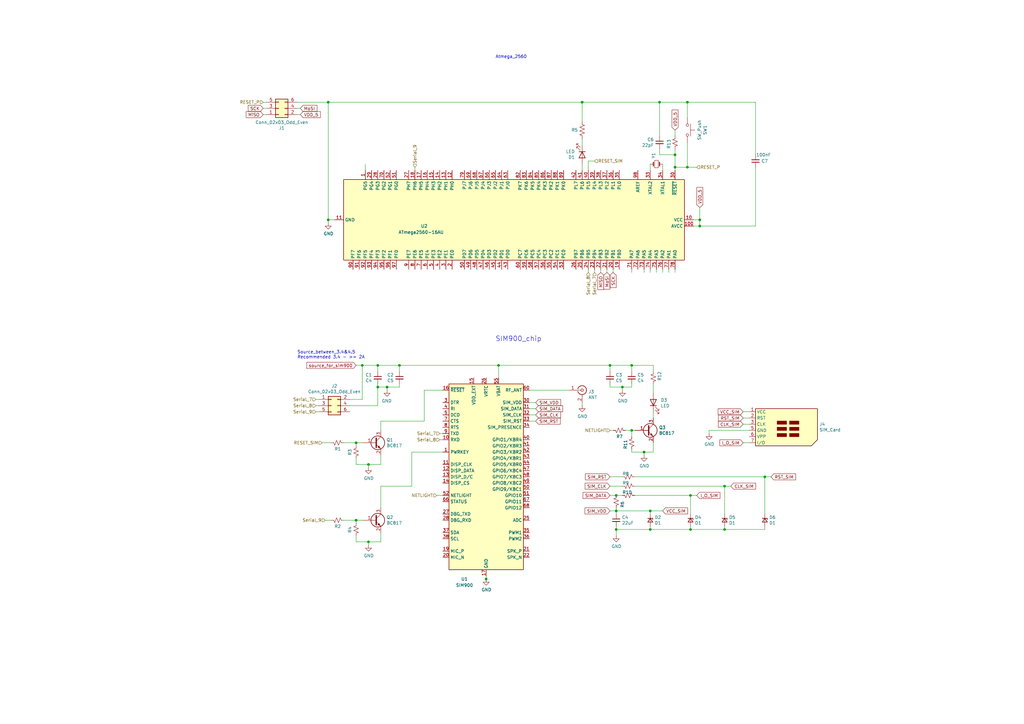
<source format=kicad_sch>
(kicad_sch (version 20230121) (generator eeschema)
  (paper "A3")
  (lib_symbols
    (symbol "Connector:Conn_Coaxial" (pin_names (offset 1.016) hide)
      (property "Reference" "J" (at 0.254 3.048 0))
      (property "Value" "Conn_Coaxial" (at 2.921 0 90))
      (symbol "Conn_Coaxial_0_1"
        (arc (start -1.778 -0.508) (mid 0.2311 -1.8066) (end 1.778 0) (stroke (width 0.254)))
        (polyline (pts (xy -2.54 0) (xy -0.508 0)))
        (polyline (pts (xy 0 -2.54) (xy 0 -1.778)))
        (circle (center 0 0) (radius 0.508) (stroke (width 0.2032)))
        (arc (start 1.778 0) (mid 0.2099 1.8101) (end -1.778 0.508) (stroke (width 0.254)))
      )
      (symbol "Conn_Coaxial_1_1"
        (pin passive line (at -5.08 0 0) (length 2.54) (name "In") (number "1"))
        (pin passive line (at 0 -5.08 90) (length 2.54) (name "Ext") (number "2"))
      )
    )
    (symbol "Connector:SIM_Card"
      (property "Reference" "J" (at -2.54 12.7 0))
      (property "Value" "SIM_Card" (at -1.27 10.16 0))
      (symbol "SIM_Card_0_1"
        (rectangle (start -1.27 -2.54) (end 2.54 -1.27) (stroke (width 0.254)) (fill (type outline)))
        (rectangle (start -1.27 0) (end 2.54 1.27) (stroke (width 0.254)) (fill (type outline)))
        (rectangle (start -1.27 2.54) (end 2.54 3.81) (stroke (width 0.254)) (fill (type outline)))
        (polyline (pts (xy -10.16 8.89) (xy 15.24 8.89) (xy 15.24 -3.81) (xy 12.7 -6.35) (xy -10.16 -6.35) (xy -10.16 8.89)) (stroke (width 0.254)) (fill (type background)))
        (rectangle (start 3.81 -1.27) (end 7.62 -2.54) (stroke (width 0.254)) (fill (type outline)))
        (rectangle (start 3.81 0) (end 7.62 1.27) (stroke (width 0.254)) (fill (type outline)))
        (rectangle (start 3.81 2.54) (end 7.62 3.81) (stroke (width 0.254)) (fill (type outline)))
      )
      (symbol "SIM_Card_1_1"
        (pin power_in line (at -12.7 7.62 0) (length 2.54) (name "VCC") (number "1"))
        (pin input line (at -12.7 5.08 0) (length 2.54) (name "RST") (number "2"))
        (pin input line (at -12.7 2.54 0) (length 2.54) (name "CLK") (number "3"))
        (pin power_in line (at -12.7 0 0) (length 2.54) (name "GND") (number "5"))
        (pin input line (at -12.7 -2.54 0) (length 2.54) (name "VPP") (number "6"))
        (pin bidirectional line (at -12.7 -5.08 0) (length 2.54) (name "I/O") (number "7"))
      )
    )
    (symbol "Connector_Generic:Conn_02x03_Odd_Even" (pin_names (offset 1.016) hide)
      (property "Reference" "J" (at 1.27 5.08 0))
      (property "Value" "Conn_02x03_Odd_Even" (at 1.27 -5.08 0))
      (symbol "Conn_02x03_Odd_Even_1_1"
        (rectangle (start -1.27 -2.413) (end 0 -2.667) (stroke (width 0.1524)))
        (rectangle (start -1.27 0.127) (end 0 -0.127) (stroke (width 0.1524)))
        (rectangle (start -1.27 2.667) (end 0 2.413) (stroke (width 0.1524)))
        (rectangle (start -1.27 3.81) (end 3.81 -3.81) (stroke (width 0.254)) (fill (type background)))
        (rectangle (start 3.81 -2.413) (end 2.54 -2.667) (stroke (width 0.1524)))
        (rectangle (start 3.81 0.127) (end 2.54 -0.127) (stroke (width 0.1524)))
        (rectangle (start 3.81 2.667) (end 2.54 2.413) (stroke (width 0.1524)))
        (pin passive line (at -5.08 2.54 0) (length 3.81) (name "Pin_1") (number "1"))
        (pin passive line (at 7.62 2.54 180) (length 3.81) (name "Pin_2") (number "2"))
        (pin passive line (at -5.08 0 0) (length 3.81) (name "Pin_3") (number "3"))
        (pin passive line (at 7.62 0 180) (length 3.81) (name "Pin_4") (number "4"))
        (pin passive line (at -5.08 -2.54 0) (length 3.81) (name "Pin_5") (number "5"))
        (pin passive line (at 7.62 -2.54 180) (length 3.81) (name "Pin_6") (number "6"))
      )
    )
    (symbol "DISEÑO_PCB-rescue:ATmega2560-16AU-MCU_Microchip_ATmega"
      (property "Reference" "U" (at 0 1.27 0))
      (property "Value" "MCU_Microchip_ATmega_ATmega2560-16AU" (at 0 -1.27 0))
      (symbol "ATmega2560-16AU-MCU_Microchip_ATmega_0_1"
        (rectangle (start -16.51 -69.85) (end 16.51 69.85) (stroke (width 0.254)) (fill (type background)))
      )
      (symbol "ATmega2560-16AU-MCU_Microchip_ATmega_1_1"
        (pin bidirectional line (at -20.32 -60.96 0) (length 3.81) (name "PG5") (number "1"))
        (pin power_in line (at 0 73.66 270) (length 3.81) (name "VCC") (number "10"))
        (pin power_in line (at 2.54 73.66 270) (length 3.81) (name "AVCC") (number "100"))
        (pin power_in line (at 0 -73.66 90) (length 3.81) (name "GND") (number "11"))
        (pin bidirectional line (at -20.32 -25.4 0) (length 3.81) (name "PH0") (number "12"))
        (pin bidirectional line (at -20.32 -27.94 0) (length 3.81) (name "PH1") (number "13"))
        (pin bidirectional line (at -20.32 -30.48 0) (length 3.81) (name "PH2") (number "14"))
        (pin bidirectional line (at -20.32 -33.02 0) (length 3.81) (name "PH3") (number "15"))
        (pin bidirectional line (at -20.32 -35.56 0) (length 3.81) (name "PH4") (number "16"))
        (pin bidirectional line (at -20.32 -38.1 0) (length 3.81) (name "PH5") (number "17"))
        (pin bidirectional line (at -20.32 -40.64 0) (length 3.81) (name "PH6") (number "18"))
        (pin bidirectional line (at 20.32 43.18 180) (length 3.81) (name "PB0") (number "19"))
        (pin bidirectional line (at 20.32 -25.4 180) (length 3.81) (name "PE0") (number "2"))
        (pin bidirectional line (at 20.32 40.64 180) (length 3.81) (name "PB1") (number "20"))
        (pin bidirectional line (at 20.32 38.1 180) (length 3.81) (name "PB2") (number "21"))
        (pin bidirectional line (at 20.32 35.56 180) (length 3.81) (name "PB3") (number "22"))
        (pin bidirectional line (at 20.32 33.02 180) (length 3.81) (name "PB4") (number "23"))
        (pin bidirectional line (at 20.32 30.48 180) (length 3.81) (name "PB5") (number "24"))
        (pin bidirectional line (at 20.32 27.94 180) (length 3.81) (name "PB6") (number "25"))
        (pin bidirectional line (at 20.32 25.4 180) (length 3.81) (name "PB7") (number "26"))
        (pin bidirectional line (at -20.32 -43.18 0) (length 3.81) (name "PH7") (number "27"))
        (pin bidirectional line (at -20.32 -55.88 0) (length 3.81) (name "PG3") (number "28"))
        (pin bidirectional line (at -20.32 -58.42 0) (length 3.81) (name "PG4") (number "29"))
        (pin bidirectional line (at 20.32 -27.94 180) (length 3.81) (name "PE1") (number "3"))
        (pin input line (at -20.32 66.04 0) (length 3.81) (name "~{RESET}") (number "30"))
        (pin passive line (at 0 73.66 270) (length 3.81) hide (name "VCC") (number "31"))
        (pin passive line (at 0 -73.66 90) (length 3.81) hide (name "GND") (number "32"))
        (pin output line (at -20.32 55.88 0) (length 3.81) (name "XTAL2") (number "33"))
        (pin input line (at -20.32 60.96 0) (length 3.81) (name "XTAL1") (number "34"))
        (pin bidirectional line (at -20.32 43.18 0) (length 3.81) (name "PL0") (number "35"))
        (pin bidirectional line (at -20.32 40.64 0) (length 3.81) (name "PL1") (number "36"))
        (pin bidirectional line (at -20.32 38.1 0) (length 3.81) (name "PL2") (number "37"))
        (pin bidirectional line (at -20.32 35.56 0) (length 3.81) (name "PL3") (number "38"))
        (pin bidirectional line (at -20.32 33.02 0) (length 3.81) (name "PL4") (number "39"))
        (pin bidirectional line (at 20.32 -30.48 180) (length 3.81) (name "PE2") (number "4"))
        (pin bidirectional line (at -20.32 30.48 0) (length 3.81) (name "PL5") (number "40"))
        (pin bidirectional line (at -20.32 27.94 0) (length 3.81) (name "PL6") (number "41"))
        (pin bidirectional line (at -20.32 25.4 0) (length 3.81) (name "PL7") (number "42"))
        (pin bidirectional line (at 20.32 -2.54 180) (length 3.81) (name "PD0") (number "43"))
        (pin bidirectional line (at 20.32 -5.08 180) (length 3.81) (name "PD1") (number "44"))
        (pin bidirectional line (at 20.32 -7.62 180) (length 3.81) (name "PD2") (number "45"))
        (pin bidirectional line (at 20.32 -10.16 180) (length 3.81) (name "PD3") (number "46"))
        (pin bidirectional line (at 20.32 -12.7 180) (length 3.81) (name "PD4") (number "47"))
        (pin bidirectional line (at 20.32 -15.24 180) (length 3.81) (name "PD5") (number "48"))
        (pin bidirectional line (at 20.32 -17.78 180) (length 3.81) (name "PD6") (number "49"))
        (pin bidirectional line (at 20.32 -33.02 180) (length 3.81) (name "PE3") (number "5"))
        (pin bidirectional line (at 20.32 -20.32 180) (length 3.81) (name "PD7") (number "50"))
        (pin bidirectional line (at -20.32 -48.26 0) (length 3.81) (name "PG0") (number "51"))
        (pin bidirectional line (at -20.32 -50.8 0) (length 3.81) (name "PG1") (number "52"))
        (pin bidirectional line (at 20.32 20.32 180) (length 3.81) (name "PC0") (number "53"))
        (pin bidirectional line (at 20.32 17.78 180) (length 3.81) (name "PC1") (number "54"))
        (pin bidirectional line (at 20.32 15.24 180) (length 3.81) (name "PC2") (number "55"))
        (pin bidirectional line (at 20.32 12.7 180) (length 3.81) (name "PC3") (number "56"))
        (pin bidirectional line (at 20.32 10.16 180) (length 3.81) (name "PC4") (number "57"))
        (pin bidirectional line (at 20.32 7.62 180) (length 3.81) (name "PC5") (number "58"))
        (pin bidirectional line (at 20.32 5.08 180) (length 3.81) (name "PC6") (number "59"))
        (pin bidirectional line (at 20.32 -35.56 180) (length 3.81) (name "PE4") (number "6"))
        (pin bidirectional line (at 20.32 2.54 180) (length 3.81) (name "PC7") (number "60"))
        (pin passive line (at 0 73.66 270) (length 3.81) hide (name "VCC") (number "61"))
        (pin passive line (at 0 -73.66 90) (length 3.81) hide (name "GND") (number "62"))
        (pin bidirectional line (at -20.32 -2.54 0) (length 3.81) (name "PJ0") (number "63"))
        (pin bidirectional line (at -20.32 -5.08 0) (length 3.81) (name "PJ1") (number "64"))
        (pin bidirectional line (at -20.32 -7.62 0) (length 3.81) (name "PJ2") (number "65"))
        (pin bidirectional line (at -20.32 -10.16 0) (length 3.81) (name "PJ3") (number "66"))
        (pin bidirectional line (at -20.32 -12.7 0) (length 3.81) (name "PJ4") (number "67"))
        (pin bidirectional line (at -20.32 -15.24 0) (length 3.81) (name "PJ5") (number "68"))
        (pin bidirectional line (at -20.32 -17.78 0) (length 3.81) (name "PJ6") (number "69"))
        (pin bidirectional line (at 20.32 -38.1 180) (length 3.81) (name "PE5") (number "7"))
        (pin bidirectional line (at -20.32 -53.34 0) (length 3.81) (name "PG2") (number "70"))
        (pin bidirectional line (at 20.32 48.26 180) (length 3.81) (name "PA7") (number "71"))
        (pin bidirectional line (at 20.32 50.8 180) (length 3.81) (name "PA6") (number "72"))
        (pin bidirectional line (at 20.32 53.34 180) (length 3.81) (name "PA5") (number "73"))
        (pin bidirectional line (at 20.32 55.88 180) (length 3.81) (name "PA4") (number "74"))
        (pin bidirectional line (at 20.32 58.42 180) (length 3.81) (name "PA3") (number "75"))
        (pin bidirectional line (at 20.32 60.96 180) (length 3.81) (name "PA2") (number "76"))
        (pin bidirectional line (at 20.32 63.5 180) (length 3.81) (name "PA1") (number "77"))
        (pin bidirectional line (at 20.32 66.04 180) (length 3.81) (name "PA0") (number "78"))
        (pin bidirectional line (at -20.32 -20.32 0) (length 3.81) (name "PJ7") (number "79"))
        (pin bidirectional line (at 20.32 -40.64 180) (length 3.81) (name "PE6") (number "8"))
        (pin passive line (at 0 73.66 270) (length 3.81) hide (name "VCC") (number "80"))
        (pin passive line (at 0 -73.66 90) (length 3.81) hide (name "GND") (number "81"))
        (pin bidirectional line (at -20.32 2.54 0) (length 3.81) (name "PK7") (number "82"))
        (pin bidirectional line (at -20.32 5.08 0) (length 3.81) (name "PK6") (number "83"))
        (pin bidirectional line (at -20.32 7.62 0) (length 3.81) (name "PK5") (number "84"))
        (pin bidirectional line (at -20.32 10.16 0) (length 3.81) (name "PK4") (number "85"))
        (pin bidirectional line (at -20.32 12.7 0) (length 3.81) (name "PK3") (number "86"))
        (pin bidirectional line (at -20.32 15.24 0) (length 3.81) (name "PK2") (number "87"))
        (pin bidirectional line (at -20.32 17.78 0) (length 3.81) (name "PK1") (number "88"))
        (pin bidirectional line (at -20.32 20.32 0) (length 3.81) (name "PK0") (number "89"))
        (pin bidirectional line (at 20.32 -43.18 180) (length 3.81) (name "PE7") (number "9"))
        (pin bidirectional line (at 20.32 -66.04 180) (length 3.81) (name "PF7") (number "90"))
        (pin bidirectional line (at 20.32 -63.5 180) (length 3.81) (name "PF6") (number "91"))
        (pin bidirectional line (at 20.32 -60.96 180) (length 3.81) (name "PF5") (number "92"))
        (pin bidirectional line (at 20.32 -58.42 180) (length 3.81) (name "PF4") (number "93"))
        (pin bidirectional line (at 20.32 -55.88 180) (length 3.81) (name "PF3") (number "94"))
        (pin bidirectional line (at 20.32 -53.34 180) (length 3.81) (name "PF2") (number "95"))
        (pin bidirectional line (at 20.32 -50.8 180) (length 3.81) (name "PF1") (number "96"))
        (pin bidirectional line (at 20.32 -48.26 180) (length 3.81) (name "PF0") (number "97"))
        (pin passive line (at -20.32 50.8 0) (length 3.81) (name "AREF") (number "98"))
        (pin passive line (at 0 -73.66 90) (length 3.81) hide (name "GND") (number "99"))
      )
    )
    (symbol "Device:C_Small" (pin_numbers hide) (pin_names (offset 0.254) hide)
      (property "Reference" "C" (at 0.254 1.778 0))
      (property "Value" "C_Small" (at 0.254 -2.032 0))
      (symbol "C_Small_0_1"
        (polyline (pts (xy -1.524 -0.508) (xy 1.524 -0.508)) (stroke (width 0.3302)))
        (polyline (pts (xy -1.524 0.508) (xy 1.524 0.508)) (stroke (width 0.3048)))
      )
      (symbol "C_Small_1_1"
        (pin passive line (at 0 2.54 270) (length 2.032) (name "~") (number "1"))
        (pin passive line (at 0 -2.54 90) (length 2.032) (name "~") (number "2"))
      )
    )
    (symbol "Device:Crystal_Small" (pin_numbers hide) (pin_names (offset 1.016) hide)
      (property "Reference" "Y" (at 0 2.54 0))
      (property "Value" "Crystal_Small" (at 0 -2.54 0))
      (symbol "Crystal_Small_0_1"
        (rectangle (start -0.762 -1.524) (end 0.762 1.524))
        (polyline (pts (xy -1.27 -0.762) (xy -1.27 0.762)) (stroke (width 0.381)))
        (polyline (pts (xy 1.27 -0.762) (xy 1.27 0.762)) (stroke (width 0.381)))
      )
      (symbol "Crystal_Small_1_1"
        (pin passive line (at -2.54 0 0) (length 1.27) (name "1") (number "1"))
        (pin passive line (at 2.54 0 180) (length 1.27) (name "2") (number "2"))
      )
    )
    (symbol "Device:D_Zener_Small" (pin_numbers hide) (pin_names (offset 0.254) hide)
      (property "Reference" "D" (at 0 2.286 0))
      (property "Value" "D_Zener_Small" (at 0 -2.286 0))
      (symbol "D_Zener_Small_0_1"
        (polyline (pts (xy 0.762 0) (xy -0.762 0)))
        (polyline (pts (xy -0.254 1.016) (xy -0.762 1.016) (xy -0.762 -1.016)) (stroke (width 0.254)))
        (polyline (pts (xy 0.762 1.016) (xy -0.762 0) (xy 0.762 -1.016) (xy 0.762 1.016)) (stroke (width 0.254)))
      )
      (symbol "D_Zener_Small_1_1"
        (pin passive line (at -2.54 0 0) (length 1.778) (name "K") (number "1"))
        (pin passive line (at 2.54 0 180) (length 1.778) (name "A") (number "2"))
      )
    )
    (symbol "Device:LED" (pin_numbers hide) (pin_names (offset 1.016) hide)
      (property "Reference" "D" (at 0 2.54 0))
      (property "Value" "LED" (at 0 -2.54 0))
      (symbol "LED_0_1"
        (polyline (pts (xy -1.27 -1.27) (xy -1.27 1.27)) (stroke (width 0.254)))
        (polyline (pts (xy -1.27 0) (xy 1.27 0)))
        (polyline (pts (xy 1.27 -1.27) (xy 1.27 1.27) (xy -1.27 0) (xy 1.27 -1.27)) (stroke (width 0.254)))
        (polyline (pts (xy -3.048 -0.762) (xy -4.572 -2.286) (xy -3.81 -2.286) (xy -4.572 -2.286) (xy -4.572 -1.524)))
        (polyline (pts (xy -1.778 -0.762) (xy -3.302 -2.286) (xy -2.54 -2.286) (xy -3.302 -2.286) (xy -3.302 -1.524)))
      )
      (symbol "LED_1_1"
        (pin passive line (at -3.81 0 0) (length 2.54) (name "K") (number "1"))
        (pin passive line (at 3.81 0 180) (length 2.54) (name "A") (number "2"))
      )
    )
    (symbol "Device:R_Small_US" (pin_numbers hide) (pin_names (offset 0.254) hide)
      (property "Reference" "R" (at 0.762 0.508 0))
      (property "Value" "R_Small_US" (at 0.762 -1.016 0))
      (symbol "R_Small_US_1_1"
        (polyline (pts (xy 0 0) (xy 1.016 -0.381) (xy 0 -0.762) (xy -1.016 -1.143) (xy 0 -1.524)))
        (polyline (pts (xy 0 1.524) (xy 1.016 1.143) (xy 0 0.762) (xy -1.016 0.381) (xy 0 0)))
        (pin passive line (at 0 2.54 270) (length 1.016) (name "~") (number "1"))
        (pin passive line (at 0 -2.54 90) (length 1.016) (name "~") (number "2"))
      )
    )
    (symbol "Device:R_US" (pin_numbers hide) (pin_names (offset 0))
      (property "Reference" "R" (at 2.54 0 90))
      (property "Value" "R_US" (at -2.54 0 90))
      (symbol "R_US_0_1"
        (polyline (pts (xy 0 -2.286) (xy 0 -2.54)))
        (polyline (pts (xy 0 2.286) (xy 0 2.54)))
        (polyline (pts (xy 0 -0.762) (xy 1.016 -1.143) (xy 0 -1.524) (xy -1.016 -1.905) (xy 0 -2.286)))
        (polyline (pts (xy 0 0.762) (xy 1.016 0.381) (xy 0 0) (xy -1.016 -0.381) (xy 0 -0.762)))
        (polyline (pts (xy 0 2.286) (xy 1.016 1.905) (xy 0 1.524) (xy -1.016 1.143) (xy 0 0.762)))
      )
      (symbol "R_US_1_1"
        (pin passive line (at 0 3.81 270) (length 1.27) (name "~") (number "1"))
        (pin passive line (at 0 -3.81 90) (length 1.27) (name "~") (number "2"))
      )
    )
    (symbol "RF_GSM:SIM900"
      (property "Reference" "U" (at -15.24 39.37 0))
      (property "Value" "SIM900" (at 8.89 39.37 0))
      (symbol "SIM900_0_1"
        (rectangle (start -15.24 38.1) (end 15.24 -38.1) (stroke (width 0.254)) (fill (type background)))
      )
      (symbol "SIM900_1_1"
        (pin input line (at -17.78 10.16 0) (length 2.54) (name "PWRKEY") (number "1"))
        (pin input line (at -17.78 15.24 0) (length 2.54) (name "RXD") (number "10"))
        (pin output line (at -17.78 5.08 0) (length 2.54) (name "DISP_CLK") (number "11"))
        (pin bidirectional line (at -17.78 2.54 0) (length 2.54) (name "DISP_DATA") (number "12"))
        (pin output line (at -17.78 0 0) (length 2.54) (name "DISP_D/C") (number "13"))
        (pin output line (at -17.78 -2.54 0) (length 2.54) (name "DISP_CS") (number "14"))
        (pin power_out line (at -5.08 40.64 270) (length 2.54) (name "VDD_EXT") (number "15"))
        (pin input line (at -17.78 35.56 0) (length 2.54) (name "~{RESET}") (number "16"))
        (pin power_in line (at 0 -40.64 90) (length 2.54) (name "GND") (number "17"))
        (pin passive line (at 0 -40.64 90) (length 2.54) hide (name "GND") (number "18"))
        (pin input line (at -17.78 -30.48 0) (length 2.54) (name "MIC_P") (number "19"))
        (pin no_connect line (at 15.24 33.02 180) (length 2.54) hide (name "NC") (number "2"))
        (pin input line (at -17.78 -33.02 0) (length 2.54) (name "MIC_N") (number "20"))
        (pin output line (at 17.78 -30.48 180) (length 2.54) (name "SPK_P") (number "21"))
        (pin output line (at 17.78 -33.02 180) (length 2.54) (name "SPK_N") (number "22"))
        (pin no_connect line (at 15.24 -15.24 180) (length 2.54) hide (name "NC") (number "23"))
        (pin no_connect line (at 15.24 -27.94 180) (length 2.54) hide (name "NC") (number "24"))
        (pin input line (at 17.78 -17.78 180) (length 2.54) (name "ADC") (number "25"))
        (pin power_in line (at 0 40.64 270) (length 2.54) (name "VRTC") (number "26"))
        (pin output line (at -17.78 -15.24 0) (length 2.54) (name "DBG_TXD") (number "27"))
        (pin input line (at -17.78 -17.78 0) (length 2.54) (name "DBG_RXD") (number "28"))
        (pin passive line (at 0 -40.64 90) (length 2.54) hide (name "GND") (number "29"))
        (pin input line (at -17.78 30.48 0) (length 2.54) (name "DTR") (number "3"))
        (pin power_out line (at 17.78 30.48 180) (length 2.54) (name "SIM_VDD") (number "30"))
        (pin bidirectional line (at 17.78 27.94 180) (length 2.54) (name "SIM_DATA") (number "31"))
        (pin output line (at 17.78 25.4 180) (length 2.54) (name "SIM_CLK") (number "32"))
        (pin output line (at 17.78 22.86 180) (length 2.54) (name "SIM_RST") (number "33"))
        (pin input line (at 17.78 20.32 180) (length 2.54) (name "SIM_PRESENCE") (number "34"))
        (pin output line (at 17.78 -22.86 180) (length 2.54) (name "PWM1") (number "35"))
        (pin output line (at 17.78 -25.4 180) (length 2.54) (name "PWM2") (number "36"))
        (pin bidirectional line (at -17.78 -22.86 0) (length 2.54) (name "SDA") (number "37"))
        (pin output line (at -17.78 -25.4 0) (length 2.54) (name "SCL") (number "38"))
        (pin passive line (at 0 -40.64 90) (length 2.54) hide (name "GND") (number "39"))
        (pin output line (at -17.78 27.94 0) (length 2.54) (name "RI") (number "4"))
        (pin bidirectional line (at 17.78 15.24 180) (length 2.54) (name "GPIO1/KBR4") (number "40"))
        (pin bidirectional line (at 17.78 12.7 180) (length 2.54) (name "GPIO2/KBR3") (number "41"))
        (pin bidirectional line (at 17.78 10.16 180) (length 2.54) (name "GPIO3/KBR2") (number "42"))
        (pin bidirectional line (at 17.78 7.62 180) (length 2.54) (name "GPIO4/KBR1") (number "43"))
        (pin bidirectional line (at 17.78 5.08 180) (length 2.54) (name "GPIO5/KBR0") (number "44"))
        (pin passive line (at 0 -40.64 90) (length 2.54) hide (name "GND") (number "45"))
        (pin passive line (at 0 -40.64 90) (length 2.54) hide (name "GND") (number "46"))
        (pin bidirectional line (at 17.78 2.54 180) (length 2.54) (name "GPIO6/KBC4") (number "47"))
        (pin bidirectional line (at 17.78 0 180) (length 2.54) (name "GPIO7/KBC3") (number "48"))
        (pin bidirectional line (at 17.78 -2.54 180) (length 2.54) (name "GPIO8/KBC2") (number "49"))
        (pin output line (at -17.78 25.4 0) (length 2.54) (name "DCD") (number "5"))
        (pin bidirectional line (at 17.78 -5.08 180) (length 2.54) (name "GPIO9/KBC1") (number "50"))
        (pin bidirectional line (at 17.78 -7.62 180) (length 2.54) (name "GPIO10") (number "51"))
        (pin output line (at -17.78 -7.62 0) (length 2.54) (name "NETLIGHT") (number "52"))
        (pin passive line (at 0 -40.64 90) (length 2.54) hide (name "GND") (number "53"))
        (pin passive line (at 0 -40.64 90) (length 2.54) hide (name "GND") (number "54"))
        (pin power_in line (at 5.08 40.64 270) (length 2.54) (name "VBAT") (number "55"))
        (pin passive line (at 5.08 40.64 270) (length 2.54) hide (name "VBAT") (number "56"))
        (pin passive line (at 5.08 40.64 270) (length 2.54) hide (name "VBAT") (number "57"))
        (pin passive line (at 0 -40.64 90) (length 2.54) hide (name "GND") (number "58"))
        (pin passive line (at 0 -40.64 90) (length 2.54) hide (name "GND") (number "59"))
        (pin no_connect line (at 15.24 17.78 180) (length 2.54) hide (name "NC") (number "6"))
        (pin passive line (at 17.78 35.56 180) (length 2.54) (name "RF_ANT") (number "60"))
        (pin passive line (at 0 -40.64 90) (length 2.54) hide (name "GND") (number "61"))
        (pin passive line (at 0 -40.64 90) (length 2.54) hide (name "GND") (number "62"))
        (pin passive line (at 0 -40.64 90) (length 2.54) hide (name "GND") (number "63"))
        (pin passive line (at 0 -40.64 90) (length 2.54) hide (name "GND") (number "64"))
        (pin passive line (at 0 -40.64 90) (length 2.54) hide (name "GND") (number "65"))
        (pin output line (at -17.78 -10.16 0) (length 2.54) (name "STATUS") (number "66"))
        (pin bidirectional line (at 17.78 -10.16 180) (length 2.54) (name "GPIO11") (number "67"))
        (pin bidirectional line (at 17.78 -12.7 180) (length 2.54) (name "GPIO12") (number "68"))
        (pin output line (at -17.78 22.86 0) (length 2.54) (name "CTS") (number "7"))
        (pin input line (at -17.78 20.32 0) (length 2.54) (name "RTS") (number "8"))
        (pin output line (at -17.78 17.78 0) (length 2.54) (name "TXD") (number "9"))
      )
    )
    (symbol "Switch:SW_Push" (pin_numbers hide) (pin_names (offset 1.016) hide)
      (property "Reference" "SW" (at 1.27 2.54 0))
      (property "Value" "SW_Push" (at 0 -1.524 0))
      (symbol "SW_Push_0_1"
        (circle (center -2.032 0) (radius 0.508))
        (polyline (pts (xy 0 1.27) (xy 0 3.048)))
        (polyline (pts (xy 2.54 1.27) (xy -2.54 1.27)))
        (circle (center 2.032 0) (radius 0.508))
        (pin passive line (at -5.08 0 0) (length 2.54) (name "1") (number "1"))
        (pin passive line (at 5.08 0 180) (length 2.54) (name "2") (number "2"))
      )
    )
    (symbol "Transistor_BJT:BC817" (pin_names (offset 0) hide)
      (property "Reference" "Q" (at 5.08 1.905 0))
      (property "Value" "BC817" (at 5.08 0 0))
      (symbol "BC817_0_1"
        (polyline (pts (xy 0.635 0.635) (xy 2.54 2.54)))
        (polyline (pts (xy 0.635 -0.635) (xy 2.54 -2.54) (xy 2.54 -2.54)))
        (polyline (pts (xy 0.635 1.905) (xy 0.635 -1.905) (xy 0.635 -1.905)) (stroke (width 0.508)))
        (polyline (pts (xy 1.27 -1.778) (xy 1.778 -1.27) (xy 2.286 -2.286) (xy 1.27 -1.778) (xy 1.27 -1.778)) (fill (type outline)))
        (circle (center 1.27 0) (radius 2.8194) (stroke (width 0.254)))
      )
      (symbol "BC817_1_1"
        (pin input line (at -5.08 0 0) (length 5.715) (name "B") (number "1"))
        (pin passive line (at 2.54 -5.08 90) (length 2.54) (name "E") (number "2"))
        (pin passive line (at 2.54 5.08 270) (length 2.54) (name "C") (number "3"))
      )
    )
    (symbol "power:GND" (power) (pin_names (offset 0))
      (property "Value" "GND" (at 0 -3.81 0))
      (symbol "GND_0_1"
        (polyline (pts (xy 0 0) (xy 0 -1.27) (xy 1.27 -1.27) (xy 0 -2.54) (xy -1.27 -1.27) (xy 0 -1.27)))
      )
      (symbol "GND_1_1"
        (pin power_in line (at 0 0 270) (length 0) hide (name "GND") (number "1"))
      )
    )
  )
  (junction (at 283.21 217.17))
  (junction (at 287.02 90.17))
  (junction (at 259.08 176.53))
  (junction (at 266.7 209.55))
  (junction (at 252.73 209.55))
  (junction (at 154.94 149.86))
  (junction (at 134.62 41.91))
  (junction (at 204.47 149.86))
  (junction (at 259.08 149.86))
  (junction (at 252.73 203.2))
  (junction (at 297.18 199.39))
  (junction (at 151.13 190.5))
  (junction (at 264.16 185.42))
  (junction (at 146.05 213.36))
  (junction (at 276.86 68.58))
  (junction (at 134.62 90.17))
  (junction (at 148.59 149.86))
  (junction (at 252.73 217.17))
  (junction (at 270.51 41.91))
  (junction (at 158.75 158.75))
  (junction (at 313.69 195.58))
  (junction (at 283.21 203.2))
  (junction (at 199.39 237.49))
  (junction (at 250.19 149.86))
  (junction (at 238.76 41.91))
  (junction (at 287.02 92.71))
  (junction (at 151.13 222.25))
  (junction (at 154.94 158.75))
  (junction (at 281.94 68.58))
  (junction (at 146.05 181.61))
  (junction (at 255.27 158.75))
  (junction (at 266.7 217.17))
  (junction (at 163.83 149.86))
  (junction (at 297.18 217.17))
  (junction (at 276.86 63.5))
  (junction (at 281.94 41.91))
  (wire (pts (xy 149.86 67.31) (xy 149.86 69.85)))
  (wire (pts (xy 259.08 149.86) (xy 267.97 149.86)))
  (wire (pts (xy 156.21 176.53) (xy 156.21 172.72)))
  (wire (pts (xy 134.62 41.91) (xy 134.62 90.17)))
  (wire (pts (xy 146.05 187.96) (xy 146.05 190.5)))
  (wire (pts (xy 290.83 176.53) (xy 307.34 176.53)))
  (wire (pts (xy 250.19 176.53) (xy 251.46 176.53)))
  (wire (pts (xy 281.94 58.42) (xy 281.94 68.58)))
  (wire (pts (xy 270.51 55.88) (xy 270.51 41.91)))
  (wire (pts (xy 154.94 158.75) (xy 154.94 157.48)))
  (wire (pts (xy 129.54 166.37) (xy 130.81 166.37)))
  (wire (pts (xy 267.97 185.42) (xy 264.16 185.42)))
  (wire (pts (xy 276.86 55.88) (xy 276.86 53.34)))
  (wire (pts (xy 252.73 215.9) (xy 252.73 217.17)))
  (wire (pts (xy 204.47 149.86) (xy 204.47 154.94)))
  (wire (pts (xy 285.75 68.58) (xy 281.94 68.58)))
  (wire (pts (xy 281.94 41.91) (xy 270.51 41.91)))
  (wire (pts (xy 168.91 185.42) (xy 181.61 185.42)))
  (wire (pts (xy 158.75 158.75) (xy 154.94 158.75)))
  (wire (pts (xy 271.78 67.31) (xy 271.78 69.85)))
  (wire (pts (xy 204.47 149.86) (xy 250.19 149.86)))
  (wire (pts (xy 281.94 41.91) (xy 309.88 41.91)))
  (wire (pts (xy 238.76 59.69) (xy 238.76 57.15)))
  (wire (pts (xy 266.7 69.85) (xy 266.7 67.31)))
  (wire (pts (xy 109.22 46.99) (xy 107.95 46.99)))
  (wire (pts (xy 266.7 215.9) (xy 266.7 217.17)))
  (wire (pts (xy 146.05 181.61) (xy 148.59 181.61)))
  (wire (pts (xy 270.51 63.5) (xy 270.51 60.96)))
  (wire (pts (xy 287.02 90.17) (xy 284.48 90.17)))
  (wire (pts (xy 250.19 157.48) (xy 250.19 158.75)))
  (wire (pts (xy 163.83 152.4) (xy 163.83 149.86)))
  (wire (pts (xy 259.08 111.76) (xy 259.08 110.49)))
  (wire (pts (xy 266.7 111.76) (xy 266.7 110.49)))
  (wire (pts (xy 276.86 111.76) (xy 276.86 110.49)))
  (wire (pts (xy 290.83 177.8) (xy 290.83 176.53)))
  (wire (pts (xy 267.97 181.61) (xy 267.97 185.42)))
  (wire (pts (xy 255.27 158.75) (xy 259.08 158.75)))
  (wire (pts (xy 243.84 66.04) (xy 241.3 66.04)))
  (wire (pts (xy 156.21 186.69) (xy 156.21 190.5)))
  (wire (pts (xy 156.21 222.25) (xy 151.13 222.25)))
  (wire (pts (xy 252.73 217.17) (xy 252.73 219.71)))
  (wire (pts (xy 287.02 90.17) (xy 287.02 85.09)))
  (wire (pts (xy 297.18 217.17) (xy 313.69 217.17)))
  (wire (pts (xy 154.94 166.37) (xy 154.94 158.75)))
  (wire (pts (xy 250.19 152.4) (xy 250.19 149.86)))
  (wire (pts (xy 107.95 41.91) (xy 109.22 41.91)))
  (wire (pts (xy 309.88 92.71) (xy 287.02 92.71)))
  (wire (pts (xy 255.27 160.02) (xy 255.27 158.75)))
  (wire (pts (xy 154.94 152.4) (xy 154.94 149.86)))
  (wire (pts (xy 121.92 41.91) (xy 134.62 41.91)))
  (wire (pts (xy 283.21 217.17) (xy 283.21 215.9)))
  (wire (pts (xy 259.08 184.15) (xy 259.08 185.42)))
  (wire (pts (xy 267.97 161.29) (xy 267.97 157.48)))
  (wire (pts (xy 304.8 168.91) (xy 307.34 168.91)))
  (wire (pts (xy 270.51 41.91) (xy 238.76 41.91)))
  (wire (pts (xy 274.32 110.49) (xy 274.32 111.76)))
  (wire (pts (xy 276.86 68.58) (xy 276.86 63.5)))
  (wire (pts (xy 151.13 223.52) (xy 151.13 222.25)))
  (wire (pts (xy 151.13 190.5) (xy 146.05 190.5)))
  (wire (pts (xy 238.76 49.53) (xy 238.76 41.91)))
  (wire (pts (xy 264.16 186.69) (xy 264.16 185.42)))
  (wire (pts (xy 158.75 160.02) (xy 158.75 158.75)))
  (wire (pts (xy 163.83 158.75) (xy 158.75 158.75)))
  (wire (pts (xy 283.21 217.17) (xy 297.18 217.17)))
  (wire (pts (xy 238.76 166.37) (xy 238.76 165.1)))
  (wire (pts (xy 219.71 167.64) (xy 217.17 167.64)))
  (wire (pts (xy 304.8 171.45) (xy 307.34 171.45)))
  (wire (pts (xy 156.21 218.44) (xy 156.21 222.25)))
  (wire (pts (xy 134.62 41.91) (xy 238.76 41.91)))
  (wire (pts (xy 243.84 110.49) (xy 243.84 111.76)))
  (wire (pts (xy 130.81 163.83) (xy 129.54 163.83)))
  (wire (pts (xy 283.21 203.2) (xy 260.35 203.2)))
  (wire (pts (xy 146.05 214.63) (xy 146.05 213.36)))
  (wire (pts (xy 168.91 199.39) (xy 168.91 185.42)))
  (wire (pts (xy 156.21 190.5) (xy 151.13 190.5)))
  (wire (pts (xy 217.17 160.02) (xy 233.68 160.02)))
  (wire (pts (xy 156.21 199.39) (xy 168.91 199.39)))
  (wire (pts (xy 251.46 111.76) (xy 251.46 110.49)))
  (wire (pts (xy 163.83 149.86) (xy 154.94 149.86)))
  (wire (pts (xy 250.19 203.2) (xy 252.73 203.2)))
  (wire (pts (xy 219.71 170.18) (xy 217.17 170.18)))
  (wire (pts (xy 297.18 217.17) (xy 297.18 215.9)))
  (wire (pts (xy 297.18 210.82) (xy 297.18 199.39)))
  (wire (pts (xy 173.99 160.02) (xy 181.61 160.02)))
  (wire (pts (xy 304.8 173.99) (xy 307.34 173.99)))
  (wire (pts (xy 199.39 236.22) (xy 199.39 237.49)))
  (wire (pts (xy 276.86 68.58) (xy 276.86 69.85)))
  (wire (pts (xy 148.59 149.86) (xy 146.05 149.86)))
  (wire (pts (xy 132.08 181.61) (xy 135.89 181.61)))
  (wire (pts (xy 156.21 172.72) (xy 173.99 172.72)))
  (wire (pts (xy 250.19 158.75) (xy 255.27 158.75)))
  (wire (pts (xy 134.62 90.17) (xy 137.16 90.17)))
  (wire (pts (xy 267.97 149.86) (xy 267.97 152.4)))
  (wire (pts (xy 285.75 203.2) (xy 283.21 203.2)))
  (wire (pts (xy 146.05 219.71) (xy 146.05 222.25)))
  (wire (pts (xy 163.83 157.48) (xy 163.83 158.75)))
  (wire (pts (xy 241.3 111.76) (xy 241.3 110.49)))
  (wire (pts (xy 271.78 110.49) (xy 271.78 111.76)))
  (wire (pts (xy 313.69 195.58) (xy 316.23 195.58)))
  (wire (pts (xy 219.71 172.72) (xy 217.17 172.72)))
  (wire (pts (xy 134.62 90.17) (xy 134.62 91.44)))
  (wire (pts (xy 143.51 166.37) (xy 154.94 166.37)))
  (wire (pts (xy 266.7 217.17) (xy 283.21 217.17)))
  (wire (pts (xy 283.21 210.82) (xy 283.21 203.2)))
  (wire (pts (xy 313.69 217.17) (xy 313.69 215.9)))
  (wire (pts (xy 264.16 185.42) (xy 259.08 185.42)))
  (wire (pts (xy 252.73 209.55) (xy 266.7 209.55)))
  (wire (pts (xy 266.7 209.55) (xy 271.78 209.55)))
  (wire (pts (xy 140.97 181.61) (xy 146.05 181.61)))
  (wire (pts (xy 313.69 195.58) (xy 260.35 195.58)))
  (wire (pts (xy 241.3 66.04) (xy 241.3 69.85)))
  (wire (pts (xy 259.08 158.75) (xy 259.08 157.48)))
  (wire (pts (xy 284.48 92.71) (xy 287.02 92.71)))
  (wire (pts (xy 266.7 210.82) (xy 266.7 209.55)))
  (wire (pts (xy 154.94 149.86) (xy 148.59 149.86)))
  (wire (pts (xy 281.94 48.26) (xy 281.94 41.91)))
  (wire (pts (xy 107.95 44.45) (xy 109.22 44.45)))
  (wire (pts (xy 163.83 149.86) (xy 204.47 149.86)))
  (wire (pts (xy 123.19 46.99) (xy 121.92 46.99)))
  (wire (pts (xy 259.08 149.86) (xy 250.19 149.86)))
  (wire (pts (xy 297.18 199.39) (xy 260.35 199.39)))
  (wire (pts (xy 250.19 199.39) (xy 255.27 199.39)))
  (wire (pts (xy 156.21 199.39) (xy 156.21 208.28)))
  (wire (pts (xy 276.86 63.5) (xy 276.86 60.96)))
  (wire (pts (xy 133.35 213.36) (xy 135.89 213.36)))
  (wire (pts (xy 304.8 181.61) (xy 307.34 181.61)))
  (wire (pts (xy 252.73 209.55) (xy 252.73 210.82)))
  (wire (pts (xy 143.51 163.83) (xy 148.59 163.83)))
  (wire (pts (xy 313.69 210.82) (xy 313.69 195.58)))
  (wire (pts (xy 180.34 177.8) (xy 181.61 177.8)))
  (wire (pts (xy 180.34 180.34) (xy 181.61 180.34)))
  (wire (pts (xy 256.54 176.53) (xy 259.08 176.53)))
  (wire (pts (xy 309.88 63.5) (xy 309.88 41.91)))
  (wire (pts (xy 299.72 199.39) (xy 297.18 199.39)))
  (wire (pts (xy 250.19 209.55) (xy 252.73 209.55)))
  (wire (pts (xy 250.19 195.58) (xy 255.27 195.58)))
  (wire (pts (xy 121.92 44.45) (xy 123.19 44.45)))
  (wire (pts (xy 269.24 111.76) (xy 269.24 110.49)))
  (wire (pts (xy 151.13 222.25) (xy 146.05 222.25)))
  (wire (pts (xy 246.38 110.49) (xy 246.38 111.76)))
  (wire (pts (xy 199.39 238.76) (xy 199.39 237.49)))
  (wire (pts (xy 259.08 176.53) (xy 260.35 176.53)))
  (wire (pts (xy 252.73 208.28) (xy 252.73 209.55)))
  (wire (pts (xy 148.59 163.83) (xy 148.59 149.86)))
  (wire (pts (xy 267.97 171.45) (xy 267.97 168.91)))
  (wire (pts (xy 259.08 179.07) (xy 259.08 176.53)))
  (wire (pts (xy 146.05 213.36) (xy 148.59 213.36)))
  (wire (pts (xy 281.94 68.58) (xy 276.86 68.58)))
  (wire (pts (xy 266.7 217.17) (xy 252.73 217.17)))
  (wire (pts (xy 259.08 152.4) (xy 259.08 149.86)))
  (wire (pts (xy 248.92 111.76) (xy 248.92 110.49)))
  (wire (pts (xy 170.18 68.58) (xy 170.18 69.85)))
  (wire (pts (xy 270.51 63.5) (xy 276.86 63.5)))
  (wire (pts (xy 146.05 182.88) (xy 146.05 181.61)))
  (wire (pts (xy 264.16 110.49) (xy 264.16 111.76)))
  (wire (pts (xy 252.73 203.2) (xy 255.27 203.2)))
  (wire (pts (xy 140.97 213.36) (xy 146.05 213.36)))
  (wire (pts (xy 151.13 191.77) (xy 151.13 190.5)))
  (wire (pts (xy 309.88 68.58) (xy 309.88 92.71)))
  (wire (pts (xy 238.76 67.31) (xy 238.76 69.85)))
  (wire (pts (xy 173.99 172.72) (xy 173.99 160.02)))
  (wire (pts (xy 219.71 165.1) (xy 217.17 165.1)))
  (wire (pts (xy 129.54 168.91) (xy 130.81 168.91)))
  (wire (pts (xy 179.07 203.2) (xy 181.61 203.2)))
  (wire (pts (xy 287.02 90.17) (xy 287.02 92.71)))
  (text "SIM900_chip\n\n" (at 203.2 143.51 0) (effects (font (size 2.0066 2.0066)) (justify left bottom)))
  (text "Source_between_3.4&4.5\nRecommended 3.4 - >= 2A" (at 121.92 147.32 0) (effects (font (size 1.27 1.27)) (justify left bottom)))
  (text "Atmega_2560\n" (at 203.2 24.13 0) (effects (font (size 1.27 1.27)) (justify left bottom)))
  (global_label "SIM_DATA" (shape input) (at 219.71 167.64 0) (property "Intersheetrefs" "${INTERSHEET_REFS}" (effects hide)))
  (global_label "MiSO" (shape input) (at 246.38 111.76 270) (property "Intersheetrefs" "${INTERSHEET_REFS}" (effects hide)))
  (global_label "source_for_sim900" (shape input) (at 146.05 149.86 180) (property "Intersheetrefs" "${INTERSHEET_REFS}" (effects hide)))
  (global_label "RST_SIM" (shape input) (at 316.23 195.58 0) (property "Intersheetrefs" "${INTERSHEET_REFS}" (effects hide)))
  (global_label "SIM_VDD" (shape input) (at 219.71 165.1 0) (property "Intersheetrefs" "${INTERSHEET_REFS}" (effects hide)))
  (global_label "VCC_SIM" (shape input) (at 271.78 209.55 0) (property "Intersheetrefs" "${INTERSHEET_REFS}" (effects hide)))
  (global_label "MiSO" (shape input) (at 107.95 46.99 180) (property "Intersheetrefs" "${INTERSHEET_REFS}" (effects hide)))
  (global_label "SIM_DATA" (shape input) (at 250.19 203.2 180) (property "Intersheetrefs" "${INTERSHEET_REFS}" (effects hide)))
  (global_label "SIM_RST" (shape input) (at 219.71 172.72 0) (property "Intersheetrefs" "${INTERSHEET_REFS}" (effects hide)))
  (global_label "VDD_5" (shape input) (at 287.02 85.09 90) (property "Intersheetrefs" "${INTERSHEET_REFS}" (effects hide)))
  (global_label "CLK_SIM" (shape input) (at 304.8 173.99 180) (property "Intersheetrefs" "${INTERSHEET_REFS}" (effects hide)))
  (global_label "SCK" (shape input) (at 107.95 44.45 180) (property "Intersheetrefs" "${INTERSHEET_REFS}" (effects hide)))
  (global_label "RST_SIM" (shape input) (at 304.8 171.45 180) (property "Intersheetrefs" "${INTERSHEET_REFS}" (effects hide)))
  (global_label "I_O_SIM" (shape input) (at 285.75 203.2 0) (property "Intersheetrefs" "${INTERSHEET_REFS}" (effects hide)))
  (global_label "I_O_SIM" (shape input) (at 304.8 181.61 180) (property "Intersheetrefs" "${INTERSHEET_REFS}" (effects hide)))
  (global_label "VDD_5" (shape input) (at 276.86 53.34 90) (property "Intersheetrefs" "${INTERSHEET_REFS}" (effects hide)))
  (global_label "VCC_SIM" (shape input) (at 304.8 168.91 180) (property "Intersheetrefs" "${INTERSHEET_REFS}" (effects hide)))
  (global_label "VDD_5" (shape input) (at 123.19 46.99 0) (property "Intersheetrefs" "${INTERSHEET_REFS}" (effects hide)))
  (global_label "SIM_CLK" (shape input) (at 250.19 199.39 180) (property "Intersheetrefs" "${INTERSHEET_REFS}" (effects hide)))
  (global_label "MoSI" (shape input) (at 123.19 44.45 0) (property "Intersheetrefs" "${INTERSHEET_REFS}" (effects hide)))
  (global_label "MoSI" (shape input) (at 248.92 111.76 270) (property "Intersheetrefs" "${INTERSHEET_REFS}" (effects hide)))
  (global_label "SCK" (shape input) (at 251.46 111.76 270) (property "Intersheetrefs" "${INTERSHEET_REFS}" (effects hide)))
  (global_label "SIM_RST" (shape input) (at 250.19 195.58 180) (property "Intersheetrefs" "${INTERSHEET_REFS}" (effects hide)))
  (global_label "SIM_VDD" (shape input) (at 250.19 209.55 180) (property "Intersheetrefs" "${INTERSHEET_REFS}" (effects hide)))
  (global_label "SIM_CLK" (shape input) (at 219.71 170.18 0) (property "Intersheetrefs" "${INTERSHEET_REFS}" (effects hide)))
  (global_label "CLK_SIM" (shape input) (at 299.72 199.39 0) (property "Intersheetrefs" "${INTERSHEET_REFS}" (effects hide)))
  (hierarchical_label "RESET_SIM" (shape input) (at 132.08 181.61 180))
  (hierarchical_label "NETLIGHT" (shape input) (at 179.07 203.2 180))
  (hierarchical_label "RESET_P" (shape input) (at 285.75 68.58 0))
  (hierarchical_label "RESET_P" (shape input) (at 107.95 41.91 180))
  (hierarchical_label "Serial_9" (shape input) (at 129.54 168.91 180))
  (hierarchical_label "NETLIGHT" (shape input) (at 250.19 176.53 180))
  (hierarchical_label "Serial_8" (shape input) (at 129.54 166.37 180))
  (hierarchical_label "Serial_7" (shape input) (at 129.54 163.83 180))
  (hierarchical_label "Serial_9" (shape input) (at 170.18 68.58 90))
  (hierarchical_label "Serial_7" (shape input) (at 243.84 111.76 270))
  (hierarchical_label "Serial_8" (shape input) (at 241.3 111.76 270))
  (hierarchical_label "Serial_7" (shape input) (at 180.34 177.8 180))
  (hierarchical_label "RESET_SIM" (shape input) (at 243.84 66.04 0))
  (hierarchical_label "Serial_8" (shape input) (at 180.34 180.34 180))
  (hierarchical_label "Serial_9" (shape input) (at 133.35 213.36 180))
  (symbol (lib_id "Device:R_Small_US") (at 259.08 181.61 0) (mirror x) (unit 1)
    (property "Reference" "R11" (at 256.54 180.34 90) (effects (justify left)))
    (property "Value" "R_Small_US" (effects hide))
    (property "Footprint" "Resistor_THT:R_Axial_DIN0204_L3.6mm_D1.6mm_P5.08mm_Horizontal" (effects hide))
  )
  (symbol (lib_id "Transistor_BJT:BC817") (at 153.67 181.61 0) (unit 1)
    (property "Reference" "Q1" (at 158.5214 180.4416 0) (effects (justify left)))
    (property "Value" "BC817" (at 158.5214 182.753 0) (effects (justify left)))
    (property "Footprint" "Package_TO_SOT_THT:TO-92" (effects hide))
    (property "Datasheet" "https://www.onsemi.com/pub/Collateral/BC818-D.pdf" (effects hide))
  )
  (symbol (lib_id "Device:D_Zener_Small") (at 266.7 213.36 270) (unit 1)
    (property "Reference" "D2" (at 268.478 212.1916 90) (effects (justify left)))
    (property "Value" "D1" (at 268.478 214.503 90) (effects (justify left)))
    (property "Footprint" "Diode_THT:D_A-405_P7.62mm_Horizontal" (effects hide))
  )
  (symbol (lib_id "power:GND") (at 151.13 223.52 0) (unit 1)
    (property "Reference" "#PWR03" (effects hide))
    (property "Value" "GND" (at 151.257 227.9142 0))
  )
  (symbol (lib_id "Connector:Conn_Coaxial") (at 238.76 160.02 0) (unit 1)
    (property "Reference" "J3" (at 241.3 160.655 0) (effects (justify left)))
    (property "Value" "ANT" (at 241.3 162.9664 0) (effects (justify left)))
    (property "Footprint" "Connector_Coaxial:SMA_Amphenol_901-144_Vertical" (effects hide))
    (property "Datasheet" " ~" (effects hide))
  )
  (symbol (lib_id "Device:Crystal_Small") (at 269.24 67.31 0) (unit 1)
    (property "Reference" "Y1" (at 268.0716 65.0748 90) (effects (justify left)))
    (property "Value" "Crystal_Small" (effects hide))
    (property "Footprint" "Crystal:Crystal_HC52-6mm_Vertical" (effects hide))
  )
  (symbol (lib_id "power:GND") (at 264.16 186.69 0) (unit 1)
    (property "Reference" "#PWR09" (effects hide))
    (property "Value" "GND" (at 264.287 191.0842 0))
  )
  (symbol (lib_id "Transistor_BJT:BC817") (at 153.67 213.36 0) (unit 1)
    (property "Reference" "Q2" (at 158.5214 212.1916 0) (effects (justify left)))
    (property "Value" "BC817" (at 158.5214 214.503 0) (effects (justify left)))
    (property "Footprint" "Package_TO_SOT_THT:TO-92" (effects hide))
    (property "Datasheet" "https://www.onsemi.com/pub/Collateral/BC818-D.pdf" (effects hide))
  )
  (symbol (lib_id "Device:R_Small_US") (at 257.81 199.39 270) (mirror x) (unit 1)
    (property "Reference" "R9" (at 255.27 198.12 90) (effects (justify left)))
    (property "Value" "R_Small_US" (effects hide))
    (property "Footprint" "Resistor_THT:R_Axial_DIN0204_L3.6mm_D1.6mm_P5.08mm_Horizontal" (effects hide))
  )
  (symbol (lib_id "Device:R_Small_US") (at 138.43 213.36 270) (mirror x) (unit 1)
    (property "Reference" "R2" (at 137.16 215.9 90) (effects (justify left)))
    (property "Value" "R_Small_US" (effects hide))
    (property "Footprint" "Resistor_THT:R_Axial_DIN0204_L3.6mm_D1.6mm_P5.08mm_Horizontal" (effects hide))
  )
  (symbol (lib_id "Device:R_Small_US") (at 257.81 203.2 270) (mirror x) (unit 1)
    (property "Reference" "R10" (at 255.27 201.93 90) (effects (justify left)))
    (property "Value" "R_Small_US" (effects hide))
    (property "Footprint" "Resistor_THT:R_Axial_DIN0204_L3.6mm_D1.6mm_P5.08mm_Horizontal" (effects hide))
  )
  (symbol (lib_id "Device:R_Small_US") (at 276.86 58.42 0) (mirror x) (unit 1)
    (property "Reference" "R13" (at 274.32 57.15 90) (effects (justify left)))
    (property "Value" "R_Small_US" (effects hide))
    (property "Footprint" "Resistor_THT:R_Axial_DIN0204_L3.6mm_D1.6mm_P5.08mm_Horizontal" (effects hide))
  )
  (symbol (lib_id "Device:R_Small_US") (at 267.97 154.94 0) (mirror y) (unit 1)
    (property "Reference" "R12" (at 270.51 156.21 90) (effects (justify left)))
    (property "Value" "R_Small_US" (effects hide))
    (property "Footprint" "Resistor_THT:R_Axial_DIN0204_L3.6mm_D1.6mm_P5.08mm_Horizontal" (effects hide))
  )
  (symbol (lib_id "Device:C_Small") (at 163.83 154.94 0) (mirror y) (unit 1)
    (property "Reference" "C2" (at 161.4932 153.7716 0) (effects (justify left)))
    (property "Value" "C5" (at 161.4932 156.083 0) (effects (justify left)))
    (property "Footprint" "Capacitor_THT:C_Disc_D7.5mm_W2.5mm_P5.00mm" (effects hide))
  )
  (symbol (lib_id "Device:D_Zener_Small") (at 283.21 213.36 270) (unit 1)
    (property "Reference" "D4" (at 284.988 212.1916 90) (effects (justify left)))
    (property "Value" "D1" (at 284.988 214.503 90) (effects (justify left)))
    (property "Footprint" "Diode_THT:D_A-405_P7.62mm_Horizontal" (effects hide))
  )
  (symbol (lib_id "DISEÑO_PCB-rescue:ATmega2560-16AU-MCU_Microchip_ATmega") (at 210.82 90.17 270) (unit 1)
    (property "Reference" "U2" (at 173.99 92.71 90))
    (property "Value" "ATmega2560-16AU" (at 172.72 95.25 90))
    (property "Footprint" "Package_QFP:TQFP-100_14x14mm_P0.5mm" (effects hide))
    (property "Datasheet" "http://ww1.microchip.com/downloads/en/DeviceDoc/Atmel-2549-8-bit-AVR-Microcontroller-ATmega640-1280-1281-2560-2561_datasheet.pdf" (effects hide))
  )
  (symbol (lib_id "RF_GSM:SIM900") (at 199.39 195.58 0) (unit 1)
    (property "Reference" "U1" (at 190.5 237.49 0))
    (property "Value" "SIM900" (at 190.5 240.03 0))
    (property "Footprint" "RF_GSM:SIMCom_SIM900" (effects hide))
    (property "Datasheet" "http://simcom.ee/documents/SIM900/SIM900_Hardware%20Design_V2.05.pdf" (effects hide))
  )
  (symbol (lib_id "Device:C_Small") (at 154.94 154.94 0) (mirror y) (unit 1)
    (property "Reference" "C1" (at 152.6032 153.7716 0) (effects (justify left)))
    (property "Value" "C4" (at 152.6032 156.083 0) (effects (justify left)))
    (property "Footprint" "Capacitor_THT:C_Disc_D7.5mm_W2.5mm_P5.00mm" (effects hide))
  )
  (symbol (lib_id "power:GND") (at 199.39 237.49 0) (unit 1)
    (property "Reference" "#PWR05" (effects hide))
    (property "Value" "GND" (at 199.517 241.8842 0))
  )
  (symbol (lib_id "Device:R_Small_US") (at 257.81 195.58 270) (mirror x) (unit 1)
    (property "Reference" "R8" (at 255.27 194.31 90) (effects (justify left)))
    (property "Value" "R_Small_US" (effects hide))
    (property "Footprint" "Resistor_THT:R_Axial_DIN0204_L3.6mm_D1.6mm_P5.08mm_Horizontal" (effects hide))
  )
  (symbol (lib_id "Device:D_Zener_Small") (at 313.69 213.36 270) (unit 1)
    (property "Reference" "D6" (at 315.468 212.1916 90) (effects (justify left)))
    (property "Value" "D1" (at 315.468 214.503 90) (effects (justify left)))
    (property "Footprint" "Diode_THT:D_A-405_P7.62mm_Horizontal" (effects hide))
  )
  (symbol (lib_id "Device:R_Small_US") (at 146.05 185.42 0) (mirror x) (unit 1)
    (property "Reference" "R3" (at 143.51 184.15 90) (effects (justify left)))
    (property "Value" "R_Small_US" (effects hide))
    (property "Footprint" "Resistor_THT:R_Axial_DIN0204_L3.6mm_D1.6mm_P5.08mm_Horizontal" (effects hide))
  )
  (symbol (lib_id "power:GND") (at 158.75 160.02 0) (mirror y) (unit 1)
    (property "Reference" "#PWR04" (effects hide))
    (property "Value" "GND" (at 158.623 164.4142 0))
  )
  (symbol (lib_id "Switch:SW_Push") (at 281.94 53.34 270) (unit 1)
    (property "Reference" "SW1" (at 289.179 53.34 0))
    (property "Value" "SW_Push" (at 286.8676 53.34 0))
    (property "Footprint" "Button_Switch_THT:SW_PUSH_6mm_H4.3mm" (effects hide))
  )
  (symbol (lib_id "Device:C_Small") (at 252.73 213.36 0) (unit 1)
    (property "Reference" "C4" (at 255.0668 212.1916 0) (effects (justify left)))
    (property "Value" "22uF" (at 255.0668 214.503 0) (effects (justify left)))
    (property "Footprint" "Capacitor_THT:C_Disc_D7.5mm_W2.5mm_P5.00mm" (effects hide))
  )
  (symbol (lib_id "power:GND") (at 290.83 177.8 0) (unit 1)
    (property "Reference" "#PWR010" (effects hide))
    (property "Value" "GND" (at 290.957 182.1942 0))
  )
  (symbol (lib_id "Device:C_Small") (at 259.08 154.94 0) (unit 1)
    (property "Reference" "C5" (at 261.4168 153.7716 0) (effects (justify left)))
    (property "Value" "C4" (at 261.4168 156.083 0) (effects (justify left)))
    (property "Footprint" "Capacitor_THT:C_Disc_D7.5mm_W2.5mm_P5.00mm" (effects hide))
  )
  (symbol (lib_id "Device:C_Small") (at 270.51 58.42 0) (mirror y) (unit 1)
    (property "Reference" "C6" (at 268.1732 57.2516 0) (effects (justify left)))
    (property "Value" "22pF" (at 268.1732 59.563 0) (effects (justify left)))
    (property "Footprint" "Capacitor_THT:C_Disc_D7.5mm_W2.5mm_P5.00mm" (effects hide))
  )
  (symbol (lib_id "power:GND") (at 255.27 160.02 0) (unit 1)
    (property "Reference" "#PWR08" (effects hide))
    (property "Value" "GND" (at 255.397 164.4142 0))
  )
  (symbol (lib_id "Device:D_Zener_Small") (at 297.18 213.36 270) (unit 1)
    (property "Reference" "D5" (at 298.958 212.1916 90) (effects (justify left)))
    (property "Value" "D1" (at 298.958 214.503 90) (effects (justify left)))
    (property "Footprint" "Diode_THT:D_A-405_P7.62mm_Horizontal" (effects hide))
  )
  (symbol (lib_id "Device:R_Small_US") (at 138.43 181.61 270) (mirror x) (unit 1)
    (property "Reference" "R1" (at 137.16 184.15 90) (effects (justify left)))
    (property "Value" "R_Small_US" (effects hide))
    (property "Footprint" "Resistor_THT:R_Axial_DIN0204_L3.6mm_D1.6mm_P5.08mm_Horizontal" (effects hide))
  )
  (symbol (lib_id "Device:R_Small_US") (at 252.73 205.74 0) (mirror y) (unit 1)
    (property "Reference" "R6" (at 255.27 208.28 90) (effects (justify left)))
    (property "Value" "R_Small_US" (effects hide))
    (property "Footprint" "Resistor_THT:R_Axial_DIN0204_L3.6mm_D1.6mm_P5.08mm_Horizontal" (effects hide))
  )
  (symbol (lib_id "Device:R_Small_US") (at 146.05 217.17 0) (mirror x) (unit 1)
    (property "Reference" "R4" (at 143.51 215.9 90) (effects (justify left)))
    (property "Value" "R_Small_US" (effects hide))
    (property "Footprint" "Resistor_THT:R_Axial_DIN0204_L3.6mm_D1.6mm_P5.08mm_Horizontal" (effects hide))
  )
  (symbol (lib_id "power:GND") (at 252.73 219.71 0) (unit 1)
    (property "Reference" "#PWR07" (effects hide))
    (property "Value" "GND" (at 252.857 224.1042 0))
  )
  (symbol (lib_id "power:GND") (at 134.62 91.44 0) (unit 1)
    (property "Reference" "#PWR01" (effects hide))
    (property "Value" "GND" (at 134.747 95.8342 0))
  )
  (symbol (lib_id "Connector:SIM_Card") (at 320.04 176.53 0) (unit 1)
    (property "Reference" "J4" (at 336.042 173.99 0) (effects (justify left)))
    (property "Value" "SIM_Card" (at 336.042 176.3014 0) (effects (justify left)))
    (property "Footprint" "SIM_CARD_Amphenol:FCI_7111S2015X02LF" (effects hide))
    (property "Datasheet" " ~" (effects hide))
  )
  (symbol (lib_id "Connector_Generic:Conn_02x03_Odd_Even") (at 135.89 166.37 0) (unit 1)
    (property "Reference" "J2" (at 137.16 158.3182 0))
    (property "Value" "Conn_02x03_Odd_Even" (at 137.16 160.6296 0))
    (property "Footprint" "Connector_PinSocket_2.54mm:PinSocket_2x03_P2.54mm_Vertical" (effects hide))
  )
  (symbol (lib_id "power:GND") (at 151.13 191.77 0) (unit 1)
    (property "Reference" "#PWR02" (effects hide))
    (property "Value" "GND" (at 151.257 196.1642 0))
  )
  (symbol (lib_id "Transistor_BJT:BC817") (at 265.43 176.53 0) (unit 1)
    (property "Reference" "Q3" (at 270.2814 175.3616 0) (effects (justify left)))
    (property "Value" "BC817" (at 270.2814 177.673 0) (effects (justify left)))
    (property "Footprint" "Package_TO_SOT_THT:TO-92" (effects hide))
    (property "Datasheet" "https://www.onsemi.com/pub/Collateral/BC818-D.pdf" (effects hide))
  )
  (symbol (lib_id "Device:LED") (at 267.97 165.1 90) (unit 1)
    (property "Reference" "D3" (at 270.9672 164.1094 90) (effects (justify right)))
    (property "Value" "LED" (at 270.9672 166.4208 90) (effects (justify right)))
    (property "Footprint" "LED_THT:LED_D3.0mm_Clear" (effects hide))
  )
  (symbol (lib_id "Connector_Generic:Conn_02x03_Odd_Even") (at 114.3 44.45 0) (mirror x) (unit 1)
    (property "Reference" "J1" (at 115.57 52.5018 0))
    (property "Value" "Conn_02x03_Odd_Even" (at 115.57 50.1904 0))
    (property "Footprint" "Connector_PinSocket_2.54mm:PinSocket_2x03_P2.54mm_Vertical" (effects hide))
  )
  (symbol (lib_id "power:GND") (at 238.76 166.37 0) (unit 1)
    (property "Reference" "#PWR06" (effects hide))
    (property "Value" "GND" (at 238.887 170.7642 0))
  )
  (symbol (lib_id "Device:C_Small") (at 250.19 154.94 0) (unit 1)
    (property "Reference" "C3" (at 252.5268 153.7716 0) (effects (justify left)))
    (property "Value" "C5" (at 252.5268 156.083 0) (effects (justify left)))
    (property "Footprint" "Capacitor_THT:C_Disc_D7.5mm_W2.5mm_P5.00mm" (effects hide))
  )
  (symbol (lib_id "Device:R_US") (at 238.76 53.34 180) (unit 1)
    (property "Reference" "R5" (at 237.0328 53.34 0) (effects (justify left)))
    (property "Value" "R_US" (effects hide))
    (property "Footprint" "Resistor_THT:R_Axial_DIN0204_L3.6mm_D1.6mm_P1.90mm_Vertical" (effects hide))
  )
  (symbol (lib_id "Device:LED") (at 238.76 63.5 270) (unit 1)
    (property "Reference" "D1" (at 235.7628 64.4906 90) (effects (justify right)))
    (property "Value" "LED" (at 235.7628 62.1792 90) (effects (justify right)))
    (property "Footprint" "LED_THT:LED_D3.0mm_Clear" (effects hide))
  )
  (symbol (lib_id "Device:R_Small_US") (at 254 176.53 270) (mirror x) (unit 1)
    (property "Reference" "R7" (at 252.73 179.07 90) (effects (justify left)))
    (property "Value" "R_Small_US" (effects hide))
    (property "Footprint" "Resistor_THT:R_Axial_DIN0204_L3.6mm_D1.6mm_P5.08mm_Horizontal" (effects hide))
  )
  (symbol (lib_id "Device:C_Small") (at 309.88 66.04 180) (unit 1)
    (property "Reference" "C7" (at 314.96 66.04 0) (effects (justify left)))
    (property "Value" "100nF" (at 316.23 63.5 0) (effects (justify left)))
    (property "Footprint" "Capacitor_THT:C_Disc_D7.5mm_W2.5mm_P5.00mm" (effects hide))
  )
)
</source>
